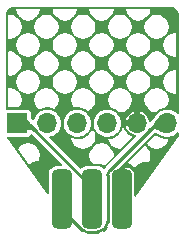
<source format=gbr>
%TF.GenerationSoftware,KiCad,Pcbnew,(6.0.4)*%
%TF.CreationDate,2022-05-04T18:18:16+02:00*%
%TF.ProjectId,pogo,706f676f-2e6b-4696-9361-645f70636258,1.0*%
%TF.SameCoordinates,Original*%
%TF.FileFunction,Copper,L2,Bot*%
%TF.FilePolarity,Positive*%
%FSLAX46Y46*%
G04 Gerber Fmt 4.6, Leading zero omitted, Abs format (unit mm)*
G04 Created by KiCad (PCBNEW (6.0.4)) date 2022-05-04 18:18:16*
%MOMM*%
%LPD*%
G01*
G04 APERTURE LIST*
G04 Aperture macros list*
%AMRoundRect*
0 Rectangle with rounded corners*
0 $1 Rounding radius*
0 $2 $3 $4 $5 $6 $7 $8 $9 X,Y pos of 4 corners*
0 Add a 4 corners polygon primitive as box body*
4,1,4,$2,$3,$4,$5,$6,$7,$8,$9,$2,$3,0*
0 Add four circle primitives for the rounded corners*
1,1,$1+$1,$2,$3*
1,1,$1+$1,$4,$5*
1,1,$1+$1,$6,$7*
1,1,$1+$1,$8,$9*
0 Add four rect primitives between the rounded corners*
20,1,$1+$1,$2,$3,$4,$5,0*
20,1,$1+$1,$4,$5,$6,$7,0*
20,1,$1+$1,$6,$7,$8,$9,0*
20,1,$1+$1,$8,$9,$2,$3,0*%
G04 Aperture macros list end*
%TA.AperFunction,SMDPad,CuDef*%
%ADD10RoundRect,0.425000X0.425000X-2.075000X0.425000X2.075000X-0.425000X2.075000X-0.425000X-2.075000X0*%
%TD*%
%TA.AperFunction,ComponentPad*%
%ADD11R,1.700000X1.700000*%
%TD*%
%TA.AperFunction,ComponentPad*%
%ADD12O,1.700000X1.700000*%
%TD*%
%TA.AperFunction,ViaPad*%
%ADD13C,0.600000*%
%TD*%
%TA.AperFunction,Conductor*%
%ADD14C,0.250000*%
%TD*%
G04 APERTURE END LIST*
D10*
%TO.P,J1,2,VCC*%
%TO.N,+5V*%
X144740000Y-117530000D03*
%TO.P,J1,4,MOSI*%
%TO.N,MOSI*%
X147280000Y-117530000D03*
%TO.P,J1,6,GND*%
%TO.N,GND*%
X149820000Y-117530000D03*
%TD*%
D11*
%TO.P,J2,1,Pin_1*%
%TO.N,MOSI*%
X140930000Y-111105000D03*
D12*
%TO.P,J2,2,Pin_2*%
%TO.N,MISO*%
X143470000Y-111105000D03*
%TO.P,J2,3,Pin_3*%
%TO.N,SCK*%
X146010000Y-111105000D03*
%TO.P,J2,4,Pin_4*%
%TO.N,RST*%
X148550000Y-111105000D03*
%TO.P,J2,5,Pin_5*%
%TO.N,GND*%
X151090000Y-111105000D03*
%TO.P,J2,6,Pin_6*%
%TO.N,+5V*%
X153630000Y-111105000D03*
%TD*%
D13*
%TO.N,GND*%
X151810000Y-115510000D03*
X142690000Y-115460000D03*
%TD*%
D14*
%TO.N,+5V*%
X148170479Y-120128777D02*
G75*
G02*
X147746222Y-120304520I-424279J424277D01*
G01*
X146813778Y-120304529D02*
G75*
G02*
X146389514Y-120128784I22J600029D01*
G01*
X144739971Y-118230742D02*
G75*
G03*
X144915736Y-118655006I600029J42D01*
G01*
%TO.N,MOSI*%
X141555742Y-111104971D02*
G75*
G02*
X141980006Y-111280736I-42J-600029D01*
G01*
X147104243Y-116405015D02*
G75*
G02*
X147280000Y-116829258I-424243J-424285D01*
G01*
%TO.N,+5V*%
X152559250Y-111280722D02*
G75*
G02*
X152983528Y-111105000I424250J-424278D01*
G01*
X148755722Y-115084250D02*
G75*
G03*
X148580000Y-115508528I424278J-424250D01*
G01*
X148404243Y-119894985D02*
G75*
G03*
X148580000Y-119470742I-424243J424285D01*
G01*
X144740000Y-117530000D02*
X144740000Y-118230742D01*
X144915736Y-118655006D02*
X146389514Y-120128784D01*
X146813778Y-120304520D02*
X147746222Y-120304520D01*
X148170486Y-120128784D02*
X148404264Y-119895006D01*
X148580000Y-119470742D02*
X148580000Y-115508528D01*
X148755736Y-115084264D02*
X152559264Y-111280736D01*
X152983528Y-111105000D02*
X153630000Y-111105000D01*
%TO.N,MOSI*%
X147280000Y-117530000D02*
X147280000Y-116829258D01*
X147104264Y-116404994D02*
X141980006Y-111280736D01*
X141555742Y-111105000D02*
X140930000Y-111105000D01*
%TD*%
%TA.AperFunction,Conductor*%
%TO.N,+5V*%
G36*
X144687788Y-117116915D02*
G01*
X144689495Y-117118016D01*
X145543759Y-117780594D01*
X145548196Y-117788372D01*
X145547542Y-117793949D01*
X145496852Y-117929046D01*
X145496470Y-117929948D01*
X145434424Y-118060834D01*
X145434204Y-118061272D01*
X145369950Y-118182952D01*
X145310042Y-118297603D01*
X145309969Y-118297766D01*
X145309963Y-118297779D01*
X145280203Y-118364505D01*
X145261059Y-118407428D01*
X145229466Y-118514845D01*
X145229421Y-118515465D01*
X145229421Y-118515467D01*
X145225168Y-118574511D01*
X145221727Y-118622272D01*
X145244308Y-118732126D01*
X145303674Y-118846824D01*
X145304088Y-118847316D01*
X145399379Y-118960570D01*
X145402083Y-118969107D01*
X145398699Y-118976376D01*
X145237727Y-119137348D01*
X145229454Y-119140775D01*
X145221242Y-119137409D01*
X145083563Y-119001739D01*
X144958504Y-118882459D01*
X144919847Y-118846824D01*
X144849579Y-118782049D01*
X144752025Y-118694835D01*
X144661084Y-118615147D01*
X144571994Y-118537311D01*
X144480052Y-118455703D01*
X144479941Y-118455603D01*
X144380392Y-118364559D01*
X144380237Y-118364414D01*
X144268339Y-118258285D01*
X144268186Y-118258138D01*
X144145169Y-118137146D01*
X144141673Y-118128901D01*
X144143027Y-118123340D01*
X144671978Y-117121797D01*
X144678872Y-117116082D01*
X144687788Y-117116915D01*
G37*
%TD.AperFunction*%
%TD*%
%TA.AperFunction,Conductor*%
%TO.N,MOSI*%
G36*
X141537019Y-110510135D02*
G01*
X141660356Y-110637500D01*
X141660637Y-110637800D01*
X141766600Y-110755212D01*
X141766870Y-110755522D01*
X141855911Y-110861435D01*
X141856123Y-110861695D01*
X141934552Y-110960618D01*
X141934661Y-110960757D01*
X141984633Y-111025777D01*
X142008849Y-111057286D01*
X142084977Y-111155767D01*
X142169291Y-111260621D01*
X142169317Y-111260651D01*
X142169329Y-111260666D01*
X142268015Y-111376250D01*
X142268029Y-111376266D01*
X142268077Y-111376322D01*
X142387618Y-111507342D01*
X142387688Y-111507414D01*
X142526161Y-111649883D01*
X142529470Y-111658204D01*
X142526044Y-111666311D01*
X142365037Y-111827318D01*
X142356764Y-111830745D01*
X142349206Y-111827976D01*
X142231984Y-111728778D01*
X142231503Y-111728371D01*
X142230952Y-111728078D01*
X142230949Y-111728076D01*
X142171901Y-111696675D01*
X142113254Y-111665486D01*
X142000061Y-111639579D01*
X141907082Y-111643253D01*
X141889916Y-111643931D01*
X141889915Y-111643931D01*
X141889310Y-111643955D01*
X141888724Y-111644103D01*
X141888722Y-111644103D01*
X141778752Y-111671826D01*
X141778749Y-111671827D01*
X141778384Y-111671919D01*
X141664670Y-111716776D01*
X141664547Y-111716833D01*
X141664542Y-111716835D01*
X141545552Y-111771830D01*
X141545538Y-111771836D01*
X141468385Y-111807371D01*
X141418664Y-111830271D01*
X141418152Y-111830492D01*
X141281133Y-111885553D01*
X141280144Y-111885900D01*
X141137901Y-111928733D01*
X141128991Y-111927837D01*
X141124811Y-111924049D01*
X141061964Y-111830386D01*
X140522082Y-111025776D01*
X140520318Y-111016998D01*
X140525279Y-111009542D01*
X140526544Y-111008804D01*
X141523360Y-110507820D01*
X141532291Y-110507167D01*
X141537019Y-110510135D01*
G37*
%TD.AperFunction*%
%TD*%
%TA.AperFunction,Conductor*%
%TO.N,MOSI*%
G36*
X146798741Y-115922575D02*
G01*
X146936401Y-116058228D01*
X146936421Y-116058247D01*
X147061482Y-116177528D01*
X147170409Y-116277940D01*
X147267965Y-116365155D01*
X147358907Y-116444844D01*
X147447998Y-116522682D01*
X147473978Y-116545742D01*
X147539923Y-116604275D01*
X147540038Y-116604378D01*
X147639604Y-116695436D01*
X147639759Y-116695581D01*
X147751658Y-116801712D01*
X147751811Y-116801859D01*
X147874832Y-116922854D01*
X147878328Y-116931099D01*
X147876975Y-116936658D01*
X147700063Y-117271633D01*
X147348024Y-117938204D01*
X147341130Y-117943919D01*
X147332214Y-117943086D01*
X147330510Y-117941987D01*
X146912282Y-117617608D01*
X146476239Y-117279411D01*
X146471802Y-117271633D01*
X146472456Y-117266056D01*
X146523145Y-117130956D01*
X146523527Y-117130054D01*
X146585572Y-116999164D01*
X146585798Y-116998713D01*
X146621502Y-116931099D01*
X146650045Y-116877044D01*
X146709952Y-116762391D01*
X146758933Y-116652564D01*
X146773135Y-116604275D01*
X146790350Y-116545742D01*
X146790351Y-116545737D01*
X146790525Y-116545145D01*
X146792139Y-116522743D01*
X146798204Y-116438519D01*
X146798262Y-116437716D01*
X146775679Y-116327860D01*
X146716311Y-116213160D01*
X146686298Y-116177490D01*
X146620605Y-116099413D01*
X146617901Y-116090876D01*
X146621285Y-116083607D01*
X146782256Y-115922636D01*
X146790529Y-115919209D01*
X146798741Y-115922575D01*
G37*
%TD.AperFunction*%
%TD*%
%TA.AperFunction,Conductor*%
%TO.N,+5V*%
G36*
X153036648Y-110507886D02*
G01*
X153718316Y-110855952D01*
X154035184Y-111017748D01*
X154040993Y-111024562D01*
X154040283Y-111033489D01*
X154039434Y-111034898D01*
X153417300Y-111919592D01*
X153409738Y-111924387D01*
X153404118Y-111923989D01*
X153337014Y-111902201D01*
X153264644Y-111878703D01*
X153263677Y-111878342D01*
X153129051Y-111821079D01*
X153128541Y-111820847D01*
X153113787Y-111813719D01*
X153003761Y-111760565D01*
X152886474Y-111703930D01*
X152774397Y-111657682D01*
X152774023Y-111657582D01*
X152774017Y-111657580D01*
X152665583Y-111628594D01*
X152665579Y-111628593D01*
X152664983Y-111628434D01*
X152555688Y-111622800D01*
X152554922Y-111622969D01*
X152554918Y-111622969D01*
X152444736Y-111647224D01*
X152444734Y-111647225D01*
X152443965Y-111647394D01*
X152327270Y-111708829D01*
X152326782Y-111709241D01*
X152211274Y-111806780D01*
X152202742Y-111809500D01*
X152195452Y-111806114D01*
X152034452Y-111645114D01*
X152031025Y-111636841D01*
X152034350Y-111628671D01*
X152034613Y-111628402D01*
X152171589Y-111487985D01*
X152290633Y-111359038D01*
X152389509Y-111245568D01*
X152474312Y-111143044D01*
X152551138Y-111046933D01*
X152626044Y-110952752D01*
X152626141Y-110952632D01*
X152705137Y-110855952D01*
X152705325Y-110855727D01*
X152794598Y-110751890D01*
X152794836Y-110751622D01*
X152900476Y-110636102D01*
X152900722Y-110635842D01*
X153022941Y-110510150D01*
X153031165Y-110506607D01*
X153036648Y-110507886D01*
G37*
%TD.AperFunction*%
%TD*%
%TA.AperFunction,Conductor*%
%TO.N,GND*%
G36*
X154562220Y-111879119D02*
G01*
X154594926Y-111917753D01*
X154599500Y-111943366D01*
X154599500Y-112169801D01*
X154585677Y-112212867D01*
X150954177Y-117287283D01*
X150912416Y-117315889D01*
X150862038Y-117310959D01*
X150826615Y-117274799D01*
X150820000Y-117244217D01*
X150820000Y-115419738D01*
X150819683Y-115414903D01*
X150805833Y-115309703D01*
X150803344Y-115300414D01*
X150749119Y-115169503D01*
X150744307Y-115161169D01*
X150658050Y-115048756D01*
X150651244Y-115041950D01*
X150538831Y-114955693D01*
X150530497Y-114950881D01*
X150399586Y-114896656D01*
X150390297Y-114894167D01*
X150285097Y-114880317D01*
X150280262Y-114880000D01*
X150083048Y-114880000D01*
X150073052Y-114883638D01*
X150070000Y-114888925D01*
X150070000Y-117706000D01*
X150052687Y-117753566D01*
X150008850Y-117778876D01*
X149996000Y-117780000D01*
X149644000Y-117780000D01*
X149596434Y-117762687D01*
X149571124Y-117718850D01*
X149570000Y-117706000D01*
X149570000Y-114902400D01*
X149587313Y-114854834D01*
X149591674Y-114850074D01*
X150059543Y-114382205D01*
X150339557Y-114382205D01*
X150414684Y-114494640D01*
X150510444Y-114590400D01*
X150816567Y-114794946D01*
X150921686Y-114815855D01*
X151013261Y-114706719D01*
X151023580Y-114696614D01*
X151184460Y-114567263D01*
X151196545Y-114559355D01*
X151379486Y-114463716D01*
X151392877Y-114458306D01*
X151590909Y-114400022D01*
X151605095Y-114397316D01*
X151810677Y-114378607D01*
X151825119Y-114378707D01*
X151991827Y-114396229D01*
X152130617Y-114188517D01*
X152200994Y-113834707D01*
X152130617Y-113480897D01*
X151926071Y-113174773D01*
X151830311Y-113079013D01*
X151717876Y-113003886D01*
X150339557Y-114382205D01*
X150059543Y-114382205D01*
X151615178Y-112826570D01*
X151895192Y-112826570D01*
X151970319Y-112939006D01*
X152066078Y-113034765D01*
X152372202Y-113239311D01*
X152726012Y-113309688D01*
X153079822Y-113239311D01*
X153385947Y-113034765D01*
X153481706Y-112939006D01*
X153686252Y-112632882D01*
X153721758Y-112454380D01*
X153718883Y-112454797D01*
X153715504Y-112455208D01*
X153710947Y-112455656D01*
X153707581Y-112455910D01*
X153694057Y-112456619D01*
X153690668Y-112456718D01*
X153686087Y-112456748D01*
X153682697Y-112456693D01*
X153471413Y-112448391D01*
X153468034Y-112448181D01*
X153463470Y-112447792D01*
X153460093Y-112447426D01*
X153446666Y-112445658D01*
X153443318Y-112445139D01*
X153438810Y-112444334D01*
X153435487Y-112443661D01*
X153343457Y-112422836D01*
X153271926Y-112408906D01*
X153269719Y-112408441D01*
X153266753Y-112407769D01*
X153264571Y-112407240D01*
X153255862Y-112404987D01*
X153253707Y-112404394D01*
X153250788Y-112403544D01*
X153248624Y-112402878D01*
X153233389Y-112397931D01*
X153229260Y-112396997D01*
X153225973Y-112396174D01*
X153221554Y-112394959D01*
X153218304Y-112393985D01*
X153205421Y-112389799D01*
X153202216Y-112388675D01*
X153197929Y-112387061D01*
X153194790Y-112385797D01*
X153190982Y-112384161D01*
X153109153Y-112357592D01*
X153108765Y-112357465D01*
X153108236Y-112357290D01*
X153107841Y-112357158D01*
X153106319Y-112356645D01*
X153105966Y-112356525D01*
X153105467Y-112356354D01*
X153105082Y-112356220D01*
X153092581Y-112351859D01*
X153092250Y-112351743D01*
X153091770Y-112351573D01*
X153091390Y-112351438D01*
X153089883Y-112350895D01*
X153089410Y-112350722D01*
X153088872Y-112350524D01*
X153088549Y-112350405D01*
X153087582Y-112350044D01*
X153087188Y-112349895D01*
X153086643Y-112349688D01*
X153086231Y-112349530D01*
X153084687Y-112348933D01*
X153084320Y-112348790D01*
X153083821Y-112348594D01*
X153083450Y-112348447D01*
X153070719Y-112343367D01*
X153070332Y-112343212D01*
X153069829Y-112343008D01*
X153069470Y-112342861D01*
X153067930Y-112342227D01*
X153067612Y-112342095D01*
X153067075Y-112341871D01*
X153066599Y-112341671D01*
X152931973Y-112284408D01*
X152931682Y-112284283D01*
X152931373Y-112284150D01*
X152931206Y-112284078D01*
X152930366Y-112283714D01*
X152930197Y-112283641D01*
X152929938Y-112283528D01*
X152929725Y-112283434D01*
X152922803Y-112280388D01*
X152922554Y-112280278D01*
X152922275Y-112280154D01*
X152922110Y-112280081D01*
X152921274Y-112279707D01*
X152921067Y-112279614D01*
X152920781Y-112279485D01*
X152920566Y-112279387D01*
X152920056Y-112279155D01*
X152919937Y-112279101D01*
X152919681Y-112278984D01*
X152919420Y-112278864D01*
X152918636Y-112278502D01*
X152918444Y-112278413D01*
X152918171Y-112278286D01*
X152917959Y-112278187D01*
X152911561Y-112275186D01*
X152911360Y-112275091D01*
X152911085Y-112274961D01*
X152910879Y-112274864D01*
X152910113Y-112274499D01*
X152909959Y-112274425D01*
X152909717Y-112274309D01*
X152909514Y-112274211D01*
X152894761Y-112267084D01*
X152784790Y-112213957D01*
X152784789Y-112213956D01*
X152680804Y-112163744D01*
X152612664Y-112135627D01*
X152604754Y-112133513D01*
X152536120Y-112191470D01*
X152533282Y-112193750D01*
X152529384Y-112196726D01*
X152526453Y-112198852D01*
X152515070Y-112206692D01*
X151895192Y-112826570D01*
X151615178Y-112826570D01*
X152385743Y-112056005D01*
X152402268Y-112043568D01*
X152408375Y-112040192D01*
X152492834Y-111968872D01*
X152506103Y-111959931D01*
X152541031Y-111941543D01*
X152559591Y-111934755D01*
X152571365Y-111932163D01*
X152591085Y-111930530D01*
X152609374Y-111931473D01*
X152624674Y-111933885D01*
X152671600Y-111946429D01*
X152680716Y-111949514D01*
X152727632Y-111968873D01*
X152759689Y-111982101D01*
X152763615Y-111983857D01*
X152870919Y-112035671D01*
X152980890Y-112088798D01*
X152995644Y-112095926D01*
X153002042Y-112098927D01*
X153002258Y-112099025D01*
X153002259Y-112099026D01*
X153002296Y-112099042D01*
X153002552Y-112099159D01*
X153009474Y-112102205D01*
X153047845Y-112118526D01*
X153143725Y-112159309D01*
X153143760Y-112159323D01*
X153144100Y-112159468D01*
X153156831Y-112164548D01*
X153157798Y-112164909D01*
X153158223Y-112165057D01*
X153158250Y-112165067D01*
X153169854Y-112169115D01*
X153169874Y-112169122D01*
X153170299Y-112169270D01*
X153238673Y-112191470D01*
X153257543Y-112197597D01*
X153263904Y-112199990D01*
X153272953Y-112203878D01*
X153276265Y-112204627D01*
X153276264Y-112204627D01*
X153282623Y-112206066D01*
X153289149Y-112207860D01*
X153307616Y-112213856D01*
X153307622Y-112213858D01*
X153309773Y-112214556D01*
X153311977Y-112214985D01*
X153311984Y-112214987D01*
X153382537Y-112228726D01*
X153382525Y-112228787D01*
X153384912Y-112229211D01*
X153413574Y-112235697D01*
X153475871Y-112249794D01*
X153475872Y-112249794D01*
X153479186Y-112250544D01*
X153584828Y-112254695D01*
X153687075Y-112258713D01*
X153687079Y-112258713D01*
X153690470Y-112258846D01*
X153765341Y-112247990D01*
X153896368Y-112228992D01*
X153896373Y-112228991D01*
X153899730Y-112228504D01*
X154099955Y-112160537D01*
X154102908Y-112158883D01*
X154102913Y-112158881D01*
X154281480Y-112058878D01*
X154281482Y-112058877D01*
X154284442Y-112057219D01*
X154447012Y-111922012D01*
X154468606Y-111896048D01*
X154512332Y-111870547D01*
X154562220Y-111879119D01*
G37*
%TD.AperFunction*%
%TA.AperFunction,Conductor*%
G36*
X142151427Y-112061924D02*
G01*
X142151859Y-112061181D01*
X142159896Y-112065855D01*
X142175020Y-112077498D01*
X144700697Y-114603174D01*
X144722089Y-114649050D01*
X144708988Y-114697945D01*
X144667524Y-114726979D01*
X144648371Y-114729500D01*
X144272714Y-114729501D01*
X144266794Y-114729501D01*
X144165628Y-114739997D01*
X144005148Y-114793537D01*
X143861289Y-114882560D01*
X143837513Y-114906378D01*
X143744805Y-114999247D01*
X143744802Y-114999250D01*
X143741769Y-115002289D01*
X143739515Y-115005945D01*
X143739513Y-115005948D01*
X143737057Y-115009933D01*
X143652997Y-115146303D01*
X143599737Y-115306876D01*
X143589500Y-115406793D01*
X143589500Y-117033918D01*
X143572187Y-117081484D01*
X143528350Y-117106794D01*
X143478500Y-117098004D01*
X143455323Y-117076984D01*
X140753048Y-113301006D01*
X140996527Y-113301006D01*
X141939083Y-114618069D01*
X142064460Y-114517263D01*
X142076545Y-114509355D01*
X142259486Y-114413716D01*
X142272877Y-114408306D01*
X142470909Y-114350022D01*
X142485095Y-114347316D01*
X142690677Y-114328607D01*
X142703144Y-114328693D01*
X142796807Y-114188517D01*
X142867184Y-113834707D01*
X142796807Y-113480897D01*
X142592261Y-113174772D01*
X142496502Y-113079013D01*
X142190378Y-112874467D01*
X141836568Y-112804090D01*
X141482758Y-112874467D01*
X141176634Y-113079013D01*
X141080874Y-113174773D01*
X140996527Y-113301006D01*
X140753048Y-113301006D01*
X140088611Y-112372566D01*
X140075007Y-112323809D01*
X140095927Y-112277715D01*
X140141581Y-112255852D01*
X140148788Y-112255500D01*
X141824646Y-112255500D01*
X141850846Y-112252382D01*
X141953153Y-112206939D01*
X142032241Y-112127713D01*
X142035318Y-112120755D01*
X142046691Y-112095028D01*
X142081758Y-112058524D01*
X142132086Y-112053100D01*
X142151427Y-112061924D01*
G37*
%TD.AperFunction*%
%TA.AperFunction,Conductor*%
G36*
X153880082Y-101231624D02*
G01*
X153900000Y-101235136D01*
X153906376Y-101234012D01*
X153906378Y-101234012D01*
X153906872Y-101233925D01*
X153926971Y-101233157D01*
X154029212Y-101243227D01*
X154043440Y-101246057D01*
X154160713Y-101281631D01*
X154174115Y-101287183D01*
X154282193Y-101344952D01*
X154294255Y-101353011D01*
X154388987Y-101430755D01*
X154399245Y-101441013D01*
X154476989Y-101535745D01*
X154485048Y-101547807D01*
X154542817Y-101655885D01*
X154548369Y-101669287D01*
X154583943Y-101786560D01*
X154586773Y-101800788D01*
X154596843Y-101903029D01*
X154596075Y-101923128D01*
X154596075Y-101923129D01*
X154594864Y-101930000D01*
X154595988Y-101936374D01*
X154598376Y-101949917D01*
X154599500Y-101962767D01*
X154599500Y-110265157D01*
X154582187Y-110312723D01*
X154538350Y-110338033D01*
X154488500Y-110329243D01*
X154475269Y-110319497D01*
X154335873Y-110190640D01*
X154335869Y-110190637D01*
X154333381Y-110188337D01*
X154277775Y-110153252D01*
X154157415Y-110077310D01*
X154157414Y-110077309D01*
X154154554Y-110075505D01*
X154151412Y-110074251D01*
X154151409Y-110074250D01*
X153961314Y-109998410D01*
X153961311Y-109998409D01*
X153958160Y-109997152D01*
X153801791Y-109966049D01*
X153754099Y-109956562D01*
X153754097Y-109956562D01*
X153750775Y-109955901D01*
X153657571Y-109954681D01*
X153542739Y-109953177D01*
X153542734Y-109953177D01*
X153539346Y-109953133D01*
X153536000Y-109953708D01*
X153535999Y-109953708D01*
X153478864Y-109963526D01*
X153330953Y-109988941D01*
X153132575Y-110062127D01*
X152950856Y-110170238D01*
X152948312Y-110172469D01*
X152948308Y-110172472D01*
X152817395Y-110287280D01*
X152810575Y-110292589D01*
X152806911Y-110295112D01*
X152806906Y-110295116D01*
X152803915Y-110297176D01*
X152801383Y-110299780D01*
X152704166Y-110399760D01*
X152681696Y-110422868D01*
X152678809Y-110425878D01*
X152678563Y-110426138D01*
X152675029Y-110429937D01*
X152569389Y-110545457D01*
X152567359Y-110547710D01*
X152566569Y-110548586D01*
X152566332Y-110548850D01*
X152566280Y-110548909D01*
X152566170Y-110549033D01*
X152562943Y-110552726D01*
X152562864Y-110552818D01*
X152473670Y-110656563D01*
X152473564Y-110656688D01*
X152470970Y-110659749D01*
X152470815Y-110659932D01*
X152470702Y-110660068D01*
X152468566Y-110662653D01*
X152389570Y-110759333D01*
X152387045Y-110762465D01*
X152312086Y-110856711D01*
X152272399Y-110906361D01*
X152237671Y-110949806D01*
X152236951Y-110950691D01*
X152209690Y-110983650D01*
X152166035Y-111009266D01*
X152116125Y-111000829D01*
X152083314Y-110962283D01*
X152079024Y-110943705D01*
X152076055Y-110913428D01*
X152074656Y-110906361D01*
X152020065Y-110725549D01*
X152017321Y-110718891D01*
X151928651Y-110552126D01*
X151924665Y-110546127D01*
X151805291Y-110399760D01*
X151800215Y-110394649D01*
X151654694Y-110274263D01*
X151648709Y-110270226D01*
X151482574Y-110180397D01*
X151475936Y-110177607D01*
X151352465Y-110139386D01*
X151341841Y-110139906D01*
X151340854Y-110140820D01*
X151340000Y-110144351D01*
X151340000Y-111281000D01*
X151322687Y-111328566D01*
X151278850Y-111353876D01*
X151266000Y-111355000D01*
X150134390Y-111355000D01*
X150124394Y-111358638D01*
X150123513Y-111360166D01*
X150123667Y-111363108D01*
X150154727Y-111471427D01*
X150157377Y-111478122D01*
X150243711Y-111646110D01*
X150247616Y-111652168D01*
X150364930Y-111800182D01*
X150369935Y-111805366D01*
X150513768Y-111927776D01*
X150519687Y-111931890D01*
X150684555Y-112024032D01*
X150691156Y-112026915D01*
X150870780Y-112085278D01*
X150877825Y-112086827D01*
X150970951Y-112097932D01*
X151016133Y-112120755D01*
X151036074Y-112167280D01*
X151021443Y-112215739D01*
X151014515Y-112223737D01*
X148482651Y-114755601D01*
X148473823Y-114763141D01*
X148451102Y-114779650D01*
X148437023Y-114799029D01*
X148433442Y-114803571D01*
X148347766Y-114903892D01*
X148346246Y-114906372D01*
X148346242Y-114906378D01*
X148333047Y-114927913D01*
X148293434Y-114959426D01*
X148242832Y-114958103D01*
X148217670Y-114941623D01*
X148160753Y-114884805D01*
X148160750Y-114884802D01*
X148157711Y-114881769D01*
X148154055Y-114879515D01*
X148154052Y-114879513D01*
X148027280Y-114801370D01*
X148013697Y-114792997D01*
X147940965Y-114768873D01*
X147856963Y-114741010D01*
X147856960Y-114741009D01*
X147853124Y-114739737D01*
X147753207Y-114729500D01*
X147281993Y-114729500D01*
X146806794Y-114729501D01*
X146705628Y-114739997D01*
X146545148Y-114793537D01*
X146401289Y-114882560D01*
X146398250Y-114885604D01*
X146398249Y-114885605D01*
X146344853Y-114939093D01*
X146298995Y-114960526D01*
X146250090Y-114947467D01*
X146240156Y-114939139D01*
X145135724Y-113834707D01*
X147028491Y-113834707D01*
X147098868Y-114188517D01*
X147303414Y-114494640D01*
X147340274Y-114531500D01*
X147753207Y-114531500D01*
X147755093Y-114531524D01*
X147757642Y-114531589D01*
X147759529Y-114531661D01*
X147767071Y-114532046D01*
X147768947Y-114532166D01*
X147771494Y-114532361D01*
X147773387Y-114532530D01*
X147873304Y-114542767D01*
X147877311Y-114543289D01*
X147882697Y-114544140D01*
X147886662Y-114544877D01*
X147902417Y-114548255D01*
X147906332Y-114549207D01*
X147911591Y-114550638D01*
X147915459Y-114551805D01*
X148076032Y-114605065D01*
X148080064Y-114606533D01*
X148085454Y-114608675D01*
X148089398Y-114610377D01*
X148104931Y-114617620D01*
X148108777Y-114619551D01*
X148113883Y-114622304D01*
X148117594Y-114624446D01*
X148254152Y-114708622D01*
X148279706Y-114678699D01*
X148290915Y-114663271D01*
X148294515Y-114658705D01*
X148299611Y-114652739D01*
X148303551Y-114648477D01*
X148319921Y-114632106D01*
X148324181Y-114628167D01*
X148330146Y-114623071D01*
X148334715Y-114619468D01*
X148349547Y-114608691D01*
X149081330Y-113876908D01*
X149089724Y-113834708D01*
X149019347Y-113480897D01*
X148814801Y-113174773D01*
X148719041Y-113079013D01*
X148412918Y-112874467D01*
X148059108Y-112804090D01*
X147705298Y-112874467D01*
X147399174Y-113079013D01*
X147303414Y-113174773D01*
X147098868Y-113480897D01*
X147028491Y-113834707D01*
X145135724Y-113834707D01*
X143660519Y-112359502D01*
X143655102Y-112347885D01*
X145486544Y-112347885D01*
X145543233Y-112632882D01*
X145747779Y-112939006D01*
X145843538Y-113034765D01*
X146149663Y-113239311D01*
X146503473Y-113309688D01*
X146857283Y-113239311D01*
X147163407Y-113034765D01*
X147259166Y-112939006D01*
X147463712Y-112632882D01*
X147498828Y-112456340D01*
X148619387Y-112456340D01*
X148654503Y-112632882D01*
X148859049Y-112939006D01*
X148954808Y-113034765D01*
X149260932Y-113239311D01*
X149614744Y-113309688D01*
X149656944Y-113301294D01*
X150636965Y-112321273D01*
X150645359Y-112279073D01*
X150632845Y-112216158D01*
X150626528Y-112214106D01*
X150623111Y-112212902D01*
X150618545Y-112211167D01*
X150615205Y-112209804D01*
X150601970Y-112204022D01*
X150598695Y-112202495D01*
X150594319Y-112200323D01*
X150591117Y-112198635D01*
X150419928Y-112102961D01*
X150416818Y-112101122D01*
X150412676Y-112098534D01*
X150409656Y-112096543D01*
X150397797Y-112088301D01*
X150394879Y-112086165D01*
X150391008Y-112083184D01*
X150388197Y-112080908D01*
X150238851Y-111953805D01*
X150236155Y-111951394D01*
X150232593Y-111948049D01*
X150230017Y-111945509D01*
X150219985Y-111935120D01*
X150217538Y-111932458D01*
X150214321Y-111928783D01*
X150212008Y-111926007D01*
X150090195Y-111772317D01*
X150088019Y-111769430D01*
X150085176Y-111765459D01*
X150083144Y-111762469D01*
X150075320Y-111750329D01*
X150073437Y-111747244D01*
X150070994Y-111743013D01*
X150069261Y-111739835D01*
X149979619Y-111565411D01*
X149978042Y-111562148D01*
X149976024Y-111557698D01*
X149974614Y-111554375D01*
X149969298Y-111540947D01*
X149968051Y-111537558D01*
X149966477Y-111532935D01*
X149965395Y-111529482D01*
X149931013Y-111409576D01*
X149929161Y-111401391D01*
X149927293Y-111390227D01*
X149926379Y-111381889D01*
X149924636Y-111348642D01*
X149924592Y-111341865D01*
X149924951Y-111332720D01*
X149928821Y-111311837D01*
X149929110Y-111310986D01*
X149884115Y-111302036D01*
X149869455Y-111403143D01*
X149868892Y-111406486D01*
X149868028Y-111410983D01*
X149867313Y-111414295D01*
X149864152Y-111427462D01*
X149863285Y-111430739D01*
X149862013Y-111435139D01*
X149860997Y-111438374D01*
X149793030Y-111638599D01*
X149791866Y-111641785D01*
X149790197Y-111646049D01*
X149788891Y-111649174D01*
X149783383Y-111661546D01*
X149781932Y-111664614D01*
X149779879Y-111668709D01*
X149778292Y-111671702D01*
X149674974Y-111856189D01*
X149673251Y-111859106D01*
X149670831Y-111862998D01*
X149668972Y-111865841D01*
X149661301Y-111877001D01*
X149659314Y-111879754D01*
X149656551Y-111883403D01*
X149654449Y-111886050D01*
X149519242Y-112048620D01*
X149517011Y-112051182D01*
X149513924Y-112054565D01*
X149511587Y-112057011D01*
X149502011Y-112066587D01*
X149499565Y-112068924D01*
X149496182Y-112072011D01*
X149493620Y-112074242D01*
X149331050Y-112209449D01*
X149328403Y-112211551D01*
X149324754Y-112214314D01*
X149322001Y-112216301D01*
X149310841Y-112223972D01*
X149307998Y-112225831D01*
X149304106Y-112228251D01*
X149301189Y-112229974D01*
X149116702Y-112333292D01*
X149113709Y-112334879D01*
X149109614Y-112336932D01*
X149106546Y-112338383D01*
X149094174Y-112343891D01*
X149091049Y-112345197D01*
X149086785Y-112346866D01*
X149083599Y-112348030D01*
X148883374Y-112415997D01*
X148880139Y-112417013D01*
X148875739Y-112418285D01*
X148872462Y-112419152D01*
X148859295Y-112422313D01*
X148855983Y-112423028D01*
X148851486Y-112423892D01*
X148848143Y-112424455D01*
X148638883Y-112454797D01*
X148635504Y-112455208D01*
X148630947Y-112455656D01*
X148627581Y-112455910D01*
X148619387Y-112456340D01*
X147498828Y-112456340D01*
X147534089Y-112279072D01*
X147463712Y-111925262D01*
X147259478Y-111619605D01*
X147253030Y-111638599D01*
X147251866Y-111641785D01*
X147250197Y-111646049D01*
X147248891Y-111649174D01*
X147243383Y-111661546D01*
X147241932Y-111664614D01*
X147239879Y-111668709D01*
X147238292Y-111671702D01*
X147134974Y-111856189D01*
X147133251Y-111859106D01*
X147130831Y-111862998D01*
X147128972Y-111865841D01*
X147121301Y-111877001D01*
X147119314Y-111879754D01*
X147116551Y-111883403D01*
X147114449Y-111886050D01*
X146979242Y-112048620D01*
X146977011Y-112051182D01*
X146973924Y-112054565D01*
X146971587Y-112057011D01*
X146962011Y-112066587D01*
X146959565Y-112068924D01*
X146956182Y-112072011D01*
X146953620Y-112074242D01*
X146791050Y-112209449D01*
X146788403Y-112211551D01*
X146784754Y-112214314D01*
X146782001Y-112216301D01*
X146770841Y-112223972D01*
X146767998Y-112225831D01*
X146764106Y-112228251D01*
X146761189Y-112229974D01*
X146576702Y-112333292D01*
X146573709Y-112334879D01*
X146569614Y-112336932D01*
X146566546Y-112338383D01*
X146554174Y-112343891D01*
X146551049Y-112345197D01*
X146546785Y-112346866D01*
X146543599Y-112348030D01*
X146343374Y-112415997D01*
X146340139Y-112417013D01*
X146335739Y-112418285D01*
X146332462Y-112419152D01*
X146319295Y-112422313D01*
X146315983Y-112423028D01*
X146311486Y-112423892D01*
X146308143Y-112424455D01*
X146098883Y-112454797D01*
X146095504Y-112455208D01*
X146090947Y-112455656D01*
X146087581Y-112455910D01*
X146074057Y-112456619D01*
X146070668Y-112456718D01*
X146066087Y-112456748D01*
X146062697Y-112456693D01*
X145851413Y-112448391D01*
X145848034Y-112448181D01*
X145843470Y-112447792D01*
X145840093Y-112447426D01*
X145826666Y-112445658D01*
X145823318Y-112445139D01*
X145818810Y-112444334D01*
X145815487Y-112443661D01*
X145609254Y-112396995D01*
X145605977Y-112396175D01*
X145601563Y-112394962D01*
X145598308Y-112393986D01*
X145585429Y-112389802D01*
X145582225Y-112388679D01*
X145577937Y-112387065D01*
X145574794Y-112385800D01*
X145486544Y-112347885D01*
X143655102Y-112347885D01*
X143639127Y-112313626D01*
X143652228Y-112264731D01*
X143693692Y-112235697D01*
X143702226Y-112233942D01*
X143736368Y-112228992D01*
X143736373Y-112228991D01*
X143739730Y-112228504D01*
X143939955Y-112160537D01*
X143942908Y-112158883D01*
X143942913Y-112158881D01*
X144121480Y-112058878D01*
X144121482Y-112058877D01*
X144124442Y-112057219D01*
X144287012Y-111922012D01*
X144417215Y-111765459D01*
X144420045Y-111762056D01*
X144422219Y-111759442D01*
X144431420Y-111743013D01*
X144523881Y-111577913D01*
X144523883Y-111577908D01*
X144525537Y-111574955D01*
X144593504Y-111374730D01*
X144593991Y-111371373D01*
X144593992Y-111371368D01*
X144623533Y-111167629D01*
X144623533Y-111167628D01*
X144623846Y-111165470D01*
X144625429Y-111105000D01*
X144622650Y-111074754D01*
X144854967Y-111074754D01*
X144868796Y-111285749D01*
X144920845Y-111490690D01*
X144922261Y-111493762D01*
X144922263Y-111493767D01*
X145004292Y-111671702D01*
X145009369Y-111682714D01*
X145049738Y-111739835D01*
X145129446Y-111852620D01*
X145129450Y-111852624D01*
X145131405Y-111855391D01*
X145133830Y-111857753D01*
X145133834Y-111857758D01*
X145195421Y-111917753D01*
X145282865Y-112002937D01*
X145285683Y-112004820D01*
X145285688Y-112004824D01*
X145432561Y-112102961D01*
X145458677Y-112120411D01*
X145461791Y-112121749D01*
X145461793Y-112121750D01*
X145640782Y-112198649D01*
X145652953Y-112203878D01*
X145859186Y-112250544D01*
X145964828Y-112254695D01*
X146067075Y-112258713D01*
X146067079Y-112258713D01*
X146070470Y-112258846D01*
X146145341Y-112247990D01*
X146276368Y-112228992D01*
X146276373Y-112228991D01*
X146279730Y-112228504D01*
X146479955Y-112160537D01*
X146482908Y-112158883D01*
X146482913Y-112158881D01*
X146661480Y-112058878D01*
X146661482Y-112058877D01*
X146664442Y-112057219D01*
X146827012Y-111922012D01*
X146957215Y-111765459D01*
X146960045Y-111762056D01*
X146962219Y-111759442D01*
X146971420Y-111743013D01*
X147063881Y-111577913D01*
X147063883Y-111577908D01*
X147065537Y-111574955D01*
X147133504Y-111374730D01*
X147133991Y-111371373D01*
X147133992Y-111371368D01*
X147163533Y-111167629D01*
X147163533Y-111167628D01*
X147163846Y-111165470D01*
X147165429Y-111105000D01*
X147162650Y-111074754D01*
X147394967Y-111074754D01*
X147408796Y-111285749D01*
X147460845Y-111490690D01*
X147462261Y-111493762D01*
X147462263Y-111493767D01*
X147544292Y-111671702D01*
X147549369Y-111682714D01*
X147589738Y-111739835D01*
X147669446Y-111852620D01*
X147669450Y-111852624D01*
X147671405Y-111855391D01*
X147673830Y-111857753D01*
X147673834Y-111857758D01*
X147735421Y-111917753D01*
X147822865Y-112002937D01*
X147825683Y-112004820D01*
X147825688Y-112004824D01*
X147972561Y-112102961D01*
X147998677Y-112120411D01*
X148001791Y-112121749D01*
X148001793Y-112121750D01*
X148180782Y-112198649D01*
X148192953Y-112203878D01*
X148399186Y-112250544D01*
X148504828Y-112254695D01*
X148607075Y-112258713D01*
X148607079Y-112258713D01*
X148610470Y-112258846D01*
X148685341Y-112247990D01*
X148816368Y-112228992D01*
X148816373Y-112228991D01*
X148819730Y-112228504D01*
X149019955Y-112160537D01*
X149022908Y-112158883D01*
X149022913Y-112158881D01*
X149201480Y-112058878D01*
X149201482Y-112058877D01*
X149204442Y-112057219D01*
X149367012Y-111922012D01*
X149497215Y-111765459D01*
X149500045Y-111762056D01*
X149502219Y-111759442D01*
X149511420Y-111743013D01*
X149603881Y-111577913D01*
X149603883Y-111577908D01*
X149605537Y-111574955D01*
X149673504Y-111374730D01*
X149673991Y-111371373D01*
X149673992Y-111371368D01*
X149703533Y-111167629D01*
X149703533Y-111167628D01*
X149703846Y-111165470D01*
X149705429Y-111105000D01*
X149700177Y-111047840D01*
X149686392Y-110897819D01*
X149686391Y-110897814D01*
X149686081Y-110894440D01*
X149676801Y-110861533D01*
X149671450Y-110842562D01*
X150124096Y-110842562D01*
X150124542Y-110853190D01*
X150125353Y-110854078D01*
X150129107Y-110855000D01*
X150826952Y-110855000D01*
X150836948Y-110851362D01*
X150840000Y-110846075D01*
X150840000Y-110149170D01*
X150836362Y-110139174D01*
X150834956Y-110138363D01*
X150831784Y-110138540D01*
X150717048Y-110172310D01*
X150710378Y-110175004D01*
X150542994Y-110262510D01*
X150536967Y-110266454D01*
X150389770Y-110384803D01*
X150384623Y-110389844D01*
X150263221Y-110534525D01*
X150259152Y-110540469D01*
X150168159Y-110705984D01*
X150165323Y-110712601D01*
X150124096Y-110842562D01*
X149671450Y-110842562D01*
X149648891Y-110762574D01*
X149628686Y-110690931D01*
X149535165Y-110501290D01*
X149518300Y-110478704D01*
X149410683Y-110334588D01*
X149410682Y-110334587D01*
X149408651Y-110331867D01*
X149337888Y-110266454D01*
X149255873Y-110190640D01*
X149255869Y-110190637D01*
X149253381Y-110188337D01*
X149197775Y-110153252D01*
X149077415Y-110077310D01*
X149077414Y-110077309D01*
X149074554Y-110075505D01*
X149071412Y-110074251D01*
X149071409Y-110074250D01*
X148881314Y-109998410D01*
X148881311Y-109998409D01*
X148878160Y-109997152D01*
X148721791Y-109966049D01*
X148674099Y-109956562D01*
X148674097Y-109956562D01*
X148670775Y-109955901D01*
X148577571Y-109954681D01*
X148462739Y-109953177D01*
X148462734Y-109953177D01*
X148459346Y-109953133D01*
X148456000Y-109953708D01*
X148455999Y-109953708D01*
X148398864Y-109963526D01*
X148250953Y-109988941D01*
X148052575Y-110062127D01*
X147870856Y-110170238D01*
X147868312Y-110172469D01*
X147868308Y-110172472D01*
X147781282Y-110248792D01*
X147711881Y-110309655D01*
X147709784Y-110312314D01*
X147709783Y-110312316D01*
X147617059Y-110429937D01*
X147580976Y-110475708D01*
X147482523Y-110662836D01*
X147481517Y-110666075D01*
X147481516Y-110666078D01*
X147447801Y-110774660D01*
X147419820Y-110864773D01*
X147394967Y-111074754D01*
X147162650Y-111074754D01*
X147160177Y-111047840D01*
X147146392Y-110897819D01*
X147146391Y-110897814D01*
X147146081Y-110894440D01*
X147136801Y-110861533D01*
X147108891Y-110762574D01*
X147088686Y-110690931D01*
X146995165Y-110501290D01*
X146978300Y-110478704D01*
X146870683Y-110334588D01*
X146870682Y-110334587D01*
X146868651Y-110331867D01*
X146797888Y-110266454D01*
X146715873Y-110190640D01*
X146715869Y-110190637D01*
X146713381Y-110188337D01*
X146657775Y-110153252D01*
X146537415Y-110077310D01*
X146537414Y-110077309D01*
X146534554Y-110075505D01*
X146531412Y-110074251D01*
X146531409Y-110074250D01*
X146341314Y-109998410D01*
X146341311Y-109998409D01*
X146338160Y-109997152D01*
X146181791Y-109966049D01*
X146134099Y-109956562D01*
X146134097Y-109956562D01*
X146130775Y-109955901D01*
X146037571Y-109954681D01*
X145922739Y-109953177D01*
X145922734Y-109953177D01*
X145919346Y-109953133D01*
X145916000Y-109953708D01*
X145915999Y-109953708D01*
X145858864Y-109963526D01*
X145710953Y-109988941D01*
X145512575Y-110062127D01*
X145330856Y-110170238D01*
X145328312Y-110172469D01*
X145328308Y-110172472D01*
X145241282Y-110248792D01*
X145171881Y-110309655D01*
X145169784Y-110312314D01*
X145169783Y-110312316D01*
X145077059Y-110429937D01*
X145040976Y-110475708D01*
X144942523Y-110662836D01*
X144941517Y-110666075D01*
X144941516Y-110666078D01*
X144907801Y-110774660D01*
X144879820Y-110864773D01*
X144854967Y-111074754D01*
X144622650Y-111074754D01*
X144620177Y-111047840D01*
X144606392Y-110897819D01*
X144606391Y-110897814D01*
X144606081Y-110894440D01*
X144596801Y-110861533D01*
X144568891Y-110762574D01*
X144548686Y-110690931D01*
X144455165Y-110501290D01*
X144438300Y-110478704D01*
X144330683Y-110334588D01*
X144330682Y-110334587D01*
X144328651Y-110331867D01*
X144257888Y-110266454D01*
X144175873Y-110190640D01*
X144175869Y-110190637D01*
X144173381Y-110188337D01*
X144117775Y-110153252D01*
X143997415Y-110077310D01*
X143997414Y-110077309D01*
X143994554Y-110075505D01*
X143991412Y-110074251D01*
X143991409Y-110074250D01*
X143801314Y-109998410D01*
X143801311Y-109998409D01*
X143798160Y-109997152D01*
X143641791Y-109966049D01*
X143594099Y-109956562D01*
X143594097Y-109956562D01*
X143590775Y-109955901D01*
X143497571Y-109954681D01*
X143382739Y-109953177D01*
X143382734Y-109953177D01*
X143379346Y-109953133D01*
X143376000Y-109953708D01*
X143375999Y-109953708D01*
X143318864Y-109963526D01*
X143170953Y-109988941D01*
X142972575Y-110062127D01*
X142790856Y-110170238D01*
X142788312Y-110172469D01*
X142788308Y-110172472D01*
X142701282Y-110248792D01*
X142631881Y-110309655D01*
X142629784Y-110312314D01*
X142629783Y-110312316D01*
X142537059Y-110429937D01*
X142500976Y-110475708D01*
X142402523Y-110662836D01*
X142401517Y-110666075D01*
X142401516Y-110666078D01*
X142355218Y-110815183D01*
X142324579Y-110855476D01*
X142275208Y-110866647D01*
X142230207Y-110843470D01*
X142225882Y-110838342D01*
X142176887Y-110774593D01*
X142174053Y-110770963D01*
X142096513Y-110673160D01*
X142080500Y-110627187D01*
X142080500Y-110210354D01*
X142077382Y-110184154D01*
X142031939Y-110081847D01*
X141952713Y-110002759D01*
X141946465Y-109999997D01*
X141946464Y-109999996D01*
X141855417Y-109959744D01*
X141855415Y-109959744D01*
X141850327Y-109957494D01*
X141844799Y-109956850D01*
X141844797Y-109956849D01*
X141826775Y-109954748D01*
X141826771Y-109954748D01*
X141824646Y-109954500D01*
X140035354Y-109954500D01*
X140035354Y-109953360D01*
X139990398Y-109939973D01*
X139962520Y-109897722D01*
X139960500Y-109880551D01*
X139960500Y-109756500D01*
X140158500Y-109756500D01*
X141084225Y-109756500D01*
X141241173Y-109521612D01*
X141311549Y-109167802D01*
X142361587Y-109167802D01*
X142431963Y-109521612D01*
X142636509Y-109827736D01*
X142732268Y-109923495D01*
X142772809Y-109950584D01*
X142871339Y-109891965D01*
X142874296Y-109890296D01*
X142878336Y-109888137D01*
X142881356Y-109886611D01*
X142893579Y-109880781D01*
X142896658Y-109879397D01*
X142900877Y-109877616D01*
X142904043Y-109876365D01*
X143102421Y-109803179D01*
X143105639Y-109802075D01*
X143110004Y-109800689D01*
X143113247Y-109799740D01*
X143126328Y-109796235D01*
X143129615Y-109795435D01*
X143134089Y-109794453D01*
X143137422Y-109793801D01*
X143345815Y-109757993D01*
X143349164Y-109757496D01*
X143353706Y-109756928D01*
X143357081Y-109756584D01*
X143370582Y-109755521D01*
X143373968Y-109755333D01*
X143378548Y-109755183D01*
X143381939Y-109755149D01*
X143593368Y-109757917D01*
X143596761Y-109758040D01*
X143601334Y-109758310D01*
X143604710Y-109758587D01*
X143618178Y-109760003D01*
X143621545Y-109760435D01*
X143626071Y-109761122D01*
X143629403Y-109761706D01*
X143836788Y-109802957D01*
X143840089Y-109803692D01*
X143844536Y-109804790D01*
X143847815Y-109805680D01*
X143860799Y-109809526D01*
X143864034Y-109810566D01*
X143868361Y-109812067D01*
X143871530Y-109813248D01*
X144067924Y-109891601D01*
X144071038Y-109892927D01*
X144075208Y-109894816D01*
X144078266Y-109896287D01*
X144078981Y-109896652D01*
X144147896Y-109827737D01*
X144352442Y-109521612D01*
X144422819Y-109167802D01*
X145472856Y-109167802D01*
X145543233Y-109521612D01*
X145720194Y-109786452D01*
X145885815Y-109757993D01*
X145889164Y-109757496D01*
X145893706Y-109756928D01*
X145897081Y-109756584D01*
X145910582Y-109755521D01*
X145913968Y-109755333D01*
X145918548Y-109755183D01*
X145921939Y-109755149D01*
X146133368Y-109757917D01*
X146136761Y-109758040D01*
X146141334Y-109758310D01*
X146144710Y-109758587D01*
X146158178Y-109760003D01*
X146161545Y-109760435D01*
X146166071Y-109761122D01*
X146169403Y-109761706D01*
X146376788Y-109802957D01*
X146380089Y-109803692D01*
X146384536Y-109804790D01*
X146387815Y-109805680D01*
X146400799Y-109809526D01*
X146404034Y-109810566D01*
X146408361Y-109812067D01*
X146411530Y-109813248D01*
X146607924Y-109891601D01*
X146611038Y-109892927D01*
X146615208Y-109894816D01*
X146618266Y-109896287D01*
X146630333Y-109902435D01*
X146633320Y-109904044D01*
X146637303Y-109906309D01*
X146640211Y-109908051D01*
X146819038Y-110020883D01*
X146821860Y-110022756D01*
X146825618Y-110025375D01*
X146828358Y-110027379D01*
X146839101Y-110035623D01*
X146841743Y-110037749D01*
X146845244Y-110040700D01*
X146847783Y-110042941D01*
X146905204Y-110096021D01*
X147163407Y-109923495D01*
X147259166Y-109827736D01*
X147463712Y-109521612D01*
X147534089Y-109167802D01*
X148584126Y-109167802D01*
X148654503Y-109521612D01*
X148831105Y-109785914D01*
X148916787Y-109802957D01*
X148920089Y-109803692D01*
X148924536Y-109804790D01*
X148927815Y-109805680D01*
X148940799Y-109809526D01*
X148944034Y-109810566D01*
X148948361Y-109812067D01*
X148951530Y-109813248D01*
X149147924Y-109891601D01*
X149151038Y-109892927D01*
X149155208Y-109894816D01*
X149158266Y-109896287D01*
X149170333Y-109902435D01*
X149173320Y-109904044D01*
X149177303Y-109906309D01*
X149180211Y-109908051D01*
X149359038Y-110020883D01*
X149361860Y-110022756D01*
X149365618Y-110025375D01*
X149368358Y-110027379D01*
X149379101Y-110035623D01*
X149381743Y-110037749D01*
X149385244Y-110040700D01*
X149387783Y-110042941D01*
X149539865Y-110183524D01*
X149614743Y-110198418D01*
X149968553Y-110128041D01*
X150274677Y-109923495D01*
X150370436Y-109827736D01*
X150574982Y-109521612D01*
X150645359Y-109167802D01*
X151695396Y-109167802D01*
X151765773Y-109521612D01*
X151970319Y-109827736D01*
X152066078Y-109923495D01*
X152372202Y-110128041D01*
X152640340Y-110181377D01*
X152661960Y-110159143D01*
X152664560Y-110156598D01*
X152668150Y-110153252D01*
X152670864Y-110150844D01*
X152681947Y-110141486D01*
X152684774Y-110139215D01*
X152688671Y-110136239D01*
X152691615Y-110134104D01*
X152692296Y-110133635D01*
X152820305Y-110021374D01*
X152822903Y-110019199D01*
X152826481Y-110016340D01*
X152829179Y-110014284D01*
X152840135Y-110006324D01*
X152842923Y-110004394D01*
X152846747Y-110001875D01*
X152849619Y-110000076D01*
X153031338Y-109891965D01*
X153034296Y-109890296D01*
X153038336Y-109888137D01*
X153041356Y-109886611D01*
X153053579Y-109880781D01*
X153056658Y-109879397D01*
X153060877Y-109877616D01*
X153064043Y-109876365D01*
X153262421Y-109803179D01*
X153265639Y-109802075D01*
X153270004Y-109800689D01*
X153273247Y-109799740D01*
X153286328Y-109796235D01*
X153289615Y-109795435D01*
X153294089Y-109794453D01*
X153297422Y-109793801D01*
X153505815Y-109757993D01*
X153509164Y-109757496D01*
X153513706Y-109756928D01*
X153517081Y-109756584D01*
X153529924Y-109755573D01*
X153686252Y-109521612D01*
X153756629Y-109167802D01*
X153686252Y-108813992D01*
X153481706Y-108507868D01*
X153385946Y-108412108D01*
X153079822Y-108207562D01*
X152726012Y-108137186D01*
X152372202Y-108207562D01*
X152066079Y-108412108D01*
X151970319Y-108507868D01*
X151765773Y-108813992D01*
X151695396Y-109167802D01*
X150645359Y-109167802D01*
X150574982Y-108813992D01*
X150370436Y-108507868D01*
X150274676Y-108412108D01*
X149968553Y-108207562D01*
X149614743Y-108137186D01*
X149260932Y-108207562D01*
X148954809Y-108412108D01*
X148859049Y-108507868D01*
X148654503Y-108813992D01*
X148584126Y-109167802D01*
X147534089Y-109167802D01*
X147463712Y-108813992D01*
X147259166Y-108507868D01*
X147163406Y-108412108D01*
X146857283Y-108207562D01*
X146503473Y-108137186D01*
X146149663Y-108207562D01*
X145843539Y-108412108D01*
X145747779Y-108507868D01*
X145543233Y-108813992D01*
X145472856Y-109167802D01*
X144422819Y-109167802D01*
X144352442Y-108813992D01*
X144147896Y-108507867D01*
X144052137Y-108412108D01*
X143746013Y-108207562D01*
X143392203Y-108137186D01*
X143038393Y-108207562D01*
X142732269Y-108412108D01*
X142636509Y-108507868D01*
X142431963Y-108813992D01*
X142361587Y-109167802D01*
X141311549Y-109167802D01*
X141241173Y-108813992D01*
X141036627Y-108507868D01*
X140940867Y-108412108D01*
X140634743Y-108207562D01*
X140280933Y-108137186D01*
X140158500Y-108161539D01*
X140158500Y-109756500D01*
X139960500Y-109756500D01*
X139960500Y-107612167D01*
X140805952Y-107612167D01*
X140876328Y-107965977D01*
X141080874Y-108272101D01*
X141176634Y-108367861D01*
X141482758Y-108572407D01*
X141836568Y-108642783D01*
X142190378Y-108572407D01*
X142496502Y-108367861D01*
X142592261Y-108272102D01*
X142796807Y-107965977D01*
X142867184Y-107612167D01*
X143917221Y-107612167D01*
X143987598Y-107965977D01*
X144192144Y-108272101D01*
X144287904Y-108367861D01*
X144594028Y-108572407D01*
X144947838Y-108642783D01*
X145301648Y-108572407D01*
X145607772Y-108367861D01*
X145703531Y-108272102D01*
X145908077Y-107965977D01*
X145978454Y-107612167D01*
X147028491Y-107612167D01*
X147098868Y-107965977D01*
X147303414Y-108272101D01*
X147399174Y-108367861D01*
X147705298Y-108572407D01*
X148059108Y-108642783D01*
X148412918Y-108572407D01*
X148719041Y-108367861D01*
X148814801Y-108272101D01*
X149019347Y-107965977D01*
X149089724Y-107612167D01*
X150139761Y-107612167D01*
X150210138Y-107965977D01*
X150414684Y-108272101D01*
X150510444Y-108367861D01*
X150816567Y-108572407D01*
X151170377Y-108642783D01*
X151524188Y-108572407D01*
X151830311Y-108367861D01*
X151926071Y-108272101D01*
X152130617Y-107965977D01*
X152200994Y-107612167D01*
X153251031Y-107612167D01*
X153321408Y-107965977D01*
X153525954Y-108272102D01*
X153621713Y-108367861D01*
X153927837Y-108572407D01*
X154281648Y-108642783D01*
X154401500Y-108618944D01*
X154401500Y-106605390D01*
X154281648Y-106581551D01*
X153927837Y-106651927D01*
X153621713Y-106856473D01*
X153525954Y-106952232D01*
X153321408Y-107258357D01*
X153251031Y-107612167D01*
X152200994Y-107612167D01*
X152130617Y-107258357D01*
X151926071Y-106952233D01*
X151830311Y-106856473D01*
X151524188Y-106651927D01*
X151170377Y-106581551D01*
X150816567Y-106651927D01*
X150510444Y-106856473D01*
X150414684Y-106952233D01*
X150210138Y-107258357D01*
X150139761Y-107612167D01*
X149089724Y-107612167D01*
X149019347Y-107258357D01*
X148814801Y-106952233D01*
X148719041Y-106856473D01*
X148412918Y-106651927D01*
X148059108Y-106581551D01*
X147705298Y-106651927D01*
X147399174Y-106856473D01*
X147303414Y-106952233D01*
X147098868Y-107258357D01*
X147028491Y-107612167D01*
X145978454Y-107612167D01*
X145908077Y-107258357D01*
X145703531Y-106952232D01*
X145607772Y-106856473D01*
X145301648Y-106651927D01*
X144947838Y-106581551D01*
X144594028Y-106651927D01*
X144287904Y-106856473D01*
X144192144Y-106952233D01*
X143987598Y-107258357D01*
X143917221Y-107612167D01*
X142867184Y-107612167D01*
X142796807Y-107258357D01*
X142592261Y-106952232D01*
X142496502Y-106856473D01*
X142190378Y-106651927D01*
X141836568Y-106581551D01*
X141482758Y-106651927D01*
X141176634Y-106856473D01*
X141080874Y-106952233D01*
X140876328Y-107258357D01*
X140805952Y-107612167D01*
X139960500Y-107612167D01*
X139960500Y-107062795D01*
X140158500Y-107062795D01*
X140280933Y-107087148D01*
X140634743Y-107016772D01*
X140940867Y-106812226D01*
X141036627Y-106716466D01*
X141241173Y-106410342D01*
X141311549Y-106056532D01*
X142361587Y-106056532D01*
X142431963Y-106410342D01*
X142636509Y-106716466D01*
X142732269Y-106812226D01*
X143038393Y-107016772D01*
X143392203Y-107087148D01*
X143746013Y-107016772D01*
X144052137Y-106812226D01*
X144147896Y-106716467D01*
X144352442Y-106410342D01*
X144422819Y-106056532D01*
X145472856Y-106056532D01*
X145543233Y-106410342D01*
X145747779Y-106716466D01*
X145843539Y-106812226D01*
X146149663Y-107016772D01*
X146503473Y-107087148D01*
X146857283Y-107016772D01*
X147163406Y-106812226D01*
X147259166Y-106716466D01*
X147463712Y-106410342D01*
X147534089Y-106056532D01*
X148584126Y-106056532D01*
X148654503Y-106410342D01*
X148859049Y-106716466D01*
X148954809Y-106812226D01*
X149260932Y-107016772D01*
X149614743Y-107087148D01*
X149968553Y-107016772D01*
X150274676Y-106812226D01*
X150370436Y-106716466D01*
X150574982Y-106410342D01*
X150645359Y-106056532D01*
X151695396Y-106056532D01*
X151765773Y-106410342D01*
X151970319Y-106716466D01*
X152066079Y-106812226D01*
X152372202Y-107016772D01*
X152726012Y-107087148D01*
X153079822Y-107016772D01*
X153385946Y-106812226D01*
X153481706Y-106716466D01*
X153686252Y-106410342D01*
X153756629Y-106056532D01*
X153686252Y-105702722D01*
X153481706Y-105396598D01*
X153385946Y-105300838D01*
X153079822Y-105096292D01*
X152726012Y-105025916D01*
X152372202Y-105096292D01*
X152066079Y-105300838D01*
X151970319Y-105396598D01*
X151765773Y-105702722D01*
X151695396Y-106056532D01*
X150645359Y-106056532D01*
X150574982Y-105702722D01*
X150370436Y-105396598D01*
X150274676Y-105300838D01*
X149968553Y-105096292D01*
X149614743Y-105025916D01*
X149260932Y-105096292D01*
X148954809Y-105300838D01*
X148859049Y-105396598D01*
X148654503Y-105702722D01*
X148584126Y-106056532D01*
X147534089Y-106056532D01*
X147463712Y-105702722D01*
X147259166Y-105396598D01*
X147163406Y-105300838D01*
X146857283Y-105096292D01*
X146503473Y-105025916D01*
X146149663Y-105096292D01*
X145843539Y-105300838D01*
X145747779Y-105396598D01*
X145543233Y-105702722D01*
X145472856Y-106056532D01*
X144422819Y-106056532D01*
X144352442Y-105702722D01*
X144147896Y-105396597D01*
X144052137Y-105300838D01*
X143746013Y-105096292D01*
X143392203Y-105025916D01*
X143038393Y-105096292D01*
X142732269Y-105300838D01*
X142636509Y-105396598D01*
X142431963Y-105702722D01*
X142361587Y-106056532D01*
X141311549Y-106056532D01*
X141241173Y-105702722D01*
X141036627Y-105396598D01*
X140940867Y-105300838D01*
X140634743Y-105096292D01*
X140280933Y-105025916D01*
X140158500Y-105050269D01*
X140158500Y-107062795D01*
X139960500Y-107062795D01*
X139960500Y-104500897D01*
X140805952Y-104500897D01*
X140876328Y-104854707D01*
X141080874Y-105160831D01*
X141176634Y-105256591D01*
X141482758Y-105461137D01*
X141836568Y-105531513D01*
X142190378Y-105461137D01*
X142496502Y-105256591D01*
X142592261Y-105160832D01*
X142796807Y-104854707D01*
X142867184Y-104500897D01*
X143917221Y-104500897D01*
X143987598Y-104854707D01*
X144192144Y-105160831D01*
X144287904Y-105256591D01*
X144594028Y-105461137D01*
X144947838Y-105531513D01*
X145301648Y-105461137D01*
X145607772Y-105256591D01*
X145703531Y-105160832D01*
X145908077Y-104854707D01*
X145978454Y-104500897D01*
X147028491Y-104500897D01*
X147098868Y-104854707D01*
X147303414Y-105160831D01*
X147399174Y-105256591D01*
X147705298Y-105461137D01*
X148059108Y-105531513D01*
X148412918Y-105461137D01*
X148719041Y-105256591D01*
X148814801Y-105160831D01*
X149019347Y-104854707D01*
X149089724Y-104500897D01*
X150139761Y-104500897D01*
X150210138Y-104854707D01*
X150414684Y-105160831D01*
X150510444Y-105256591D01*
X150816567Y-105461137D01*
X151170377Y-105531513D01*
X151524188Y-105461137D01*
X151830311Y-105256591D01*
X151926071Y-105160831D01*
X152130617Y-104854707D01*
X152200994Y-104500897D01*
X153251031Y-104500897D01*
X153321408Y-104854707D01*
X153525954Y-105160832D01*
X153621713Y-105256591D01*
X153927837Y-105461137D01*
X154281648Y-105531513D01*
X154401500Y-105507674D01*
X154401500Y-103494121D01*
X154281647Y-103470281D01*
X153927837Y-103540658D01*
X153621712Y-103745204D01*
X153525954Y-103840962D01*
X153321408Y-104147087D01*
X153251031Y-104500897D01*
X152200994Y-104500897D01*
X152130617Y-104147087D01*
X151926071Y-103840963D01*
X151830312Y-103745204D01*
X151524188Y-103540658D01*
X151170377Y-103470281D01*
X150816567Y-103540658D01*
X150510443Y-103745204D01*
X150414684Y-103840963D01*
X150210138Y-104147087D01*
X150139761Y-104500897D01*
X149089724Y-104500897D01*
X149019347Y-104147087D01*
X148814801Y-103840963D01*
X148719042Y-103745204D01*
X148412918Y-103540658D01*
X148059108Y-103470281D01*
X147705298Y-103540658D01*
X147399173Y-103745204D01*
X147303414Y-103840963D01*
X147098868Y-104147087D01*
X147028491Y-104500897D01*
X145978454Y-104500897D01*
X145908077Y-104147087D01*
X145703531Y-103840962D01*
X145607773Y-103745204D01*
X145301648Y-103540658D01*
X144947838Y-103470281D01*
X144594028Y-103540658D01*
X144287903Y-103745204D01*
X144192144Y-103840963D01*
X143987598Y-104147087D01*
X143917221Y-104500897D01*
X142867184Y-104500897D01*
X142796807Y-104147087D01*
X142592261Y-103840962D01*
X142496503Y-103745204D01*
X142190378Y-103540658D01*
X141836568Y-103470281D01*
X141482758Y-103540658D01*
X141176633Y-103745204D01*
X141080874Y-103840963D01*
X140876328Y-104147087D01*
X140805952Y-104500897D01*
X139960500Y-104500897D01*
X139960500Y-103951526D01*
X140158500Y-103951526D01*
X140280933Y-103975879D01*
X140634743Y-103905502D01*
X140940867Y-103700956D01*
X141036627Y-103605196D01*
X141241173Y-103299072D01*
X141311549Y-102945262D01*
X142361587Y-102945262D01*
X142431963Y-103299072D01*
X142636509Y-103605196D01*
X142732269Y-103700956D01*
X143038393Y-103905502D01*
X143392203Y-103975879D01*
X143746013Y-103905502D01*
X144052137Y-103700956D01*
X144147896Y-103605197D01*
X144352442Y-103299072D01*
X144422819Y-102945262D01*
X145472856Y-102945262D01*
X145543233Y-103299072D01*
X145747779Y-103605196D01*
X145843539Y-103700956D01*
X146149663Y-103905502D01*
X146503473Y-103975879D01*
X146857283Y-103905502D01*
X147163406Y-103700956D01*
X147259166Y-103605196D01*
X147463712Y-103299072D01*
X147534089Y-102945262D01*
X148584126Y-102945262D01*
X148654503Y-103299072D01*
X148859049Y-103605196D01*
X148954809Y-103700956D01*
X149260932Y-103905502D01*
X149614743Y-103975879D01*
X149968553Y-103905502D01*
X150274676Y-103700956D01*
X150370436Y-103605196D01*
X150574982Y-103299072D01*
X150645359Y-102945262D01*
X151695396Y-102945262D01*
X151765773Y-103299072D01*
X151970319Y-103605196D01*
X152066079Y-103700956D01*
X152372202Y-103905502D01*
X152726012Y-103975879D01*
X153079822Y-103905502D01*
X153385946Y-103700956D01*
X153481706Y-103605196D01*
X153686252Y-103299072D01*
X153756629Y-102945262D01*
X153686252Y-102591452D01*
X153481706Y-102285328D01*
X153385947Y-102189569D01*
X153079822Y-101985023D01*
X152726012Y-101914646D01*
X152372202Y-101985023D01*
X152066078Y-102189569D01*
X151970319Y-102285328D01*
X151765773Y-102591452D01*
X151695396Y-102945262D01*
X150645359Y-102945262D01*
X150574982Y-102591452D01*
X150370436Y-102285328D01*
X150274677Y-102189569D01*
X149968553Y-101985023D01*
X149614743Y-101914646D01*
X149260932Y-101985023D01*
X148954808Y-102189569D01*
X148859049Y-102285328D01*
X148654503Y-102591452D01*
X148584126Y-102945262D01*
X147534089Y-102945262D01*
X147463712Y-102591452D01*
X147259166Y-102285328D01*
X147163407Y-102189569D01*
X146857283Y-101985023D01*
X146503473Y-101914646D01*
X146149663Y-101985023D01*
X145843538Y-102189569D01*
X145747779Y-102285328D01*
X145543233Y-102591452D01*
X145472856Y-102945262D01*
X144422819Y-102945262D01*
X144352442Y-102591452D01*
X144147896Y-102285327D01*
X144052138Y-102189569D01*
X143746013Y-101985023D01*
X143392203Y-101914646D01*
X143038393Y-101985023D01*
X142732268Y-102189569D01*
X142636509Y-102285328D01*
X142431963Y-102591452D01*
X142361587Y-102945262D01*
X141311549Y-102945262D01*
X141241173Y-102591452D01*
X141036627Y-102285328D01*
X140940868Y-102189569D01*
X140634743Y-101985023D01*
X140280933Y-101914646D01*
X140162012Y-101938301D01*
X140162012Y-101942851D01*
X140161730Y-101949303D01*
X140160970Y-101957986D01*
X140160128Y-101964384D01*
X140158500Y-101973617D01*
X140158500Y-103951526D01*
X139960500Y-103951526D01*
X139960500Y-101962768D01*
X139961624Y-101949918D01*
X139961624Y-101949917D01*
X139965136Y-101930001D01*
X139964012Y-101923623D01*
X139963925Y-101923129D01*
X139963157Y-101903030D01*
X139973227Y-101800789D01*
X139976057Y-101786561D01*
X140011631Y-101669287D01*
X140017183Y-101655885D01*
X140074952Y-101547807D01*
X140083011Y-101535745D01*
X140160755Y-101441013D01*
X140171013Y-101430755D01*
X140173760Y-101428501D01*
X140813684Y-101428501D01*
X140876328Y-101743437D01*
X141080874Y-102049561D01*
X141176634Y-102145321D01*
X141482758Y-102349867D01*
X141836568Y-102420244D01*
X142190378Y-102349867D01*
X142496502Y-102145321D01*
X142592261Y-102049562D01*
X142796807Y-101743437D01*
X142859452Y-101428501D01*
X143924953Y-101428501D01*
X143987598Y-101743437D01*
X144192144Y-102049561D01*
X144287904Y-102145321D01*
X144594028Y-102349867D01*
X144947838Y-102420244D01*
X145301648Y-102349867D01*
X145607772Y-102145321D01*
X145703531Y-102049562D01*
X145908077Y-101743437D01*
X145970722Y-101428501D01*
X147036223Y-101428501D01*
X147098868Y-101743437D01*
X147303414Y-102049561D01*
X147399174Y-102145321D01*
X147705298Y-102349867D01*
X148059108Y-102420244D01*
X148412918Y-102349867D01*
X148719041Y-102145321D01*
X148814801Y-102049561D01*
X149019347Y-101743437D01*
X149081992Y-101428500D01*
X150147493Y-101428500D01*
X150210138Y-101743437D01*
X150414684Y-102049561D01*
X150510444Y-102145321D01*
X150816567Y-102349867D01*
X151170377Y-102420244D01*
X151524188Y-102349867D01*
X151830311Y-102145321D01*
X151926071Y-102049561D01*
X152130617Y-101743437D01*
X152193262Y-101428500D01*
X150147493Y-101428500D01*
X149081992Y-101428500D01*
X147036223Y-101428501D01*
X145970722Y-101428501D01*
X143924953Y-101428501D01*
X142859452Y-101428501D01*
X140813684Y-101428501D01*
X140173760Y-101428501D01*
X140265747Y-101353009D01*
X140277808Y-101344950D01*
X140291258Y-101337761D01*
X140385886Y-101287181D01*
X140399285Y-101281631D01*
X140516561Y-101246057D01*
X140530787Y-101243227D01*
X140600937Y-101236317D01*
X140633024Y-101233157D01*
X140653126Y-101233925D01*
X140660000Y-101235137D01*
X140679918Y-101231625D01*
X140692767Y-101230501D01*
X147280000Y-101230501D01*
X153867233Y-101230500D01*
X153880082Y-101231624D01*
G37*
%TD.AperFunction*%
%TD*%
M02*

</source>
